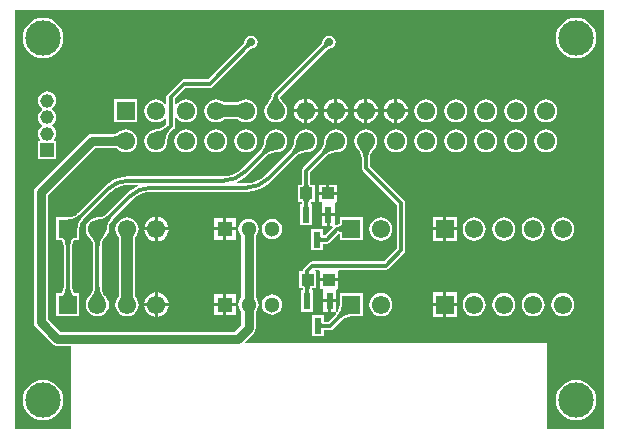
<source format=gbl>
%FSLAX25Y25*%
%MOIN*%
G70*
G01*
G75*
G04 Layer_Physical_Order=2*
G04 Layer_Color=16711680*
%ADD10C,0.01181*%
%ADD11C,0.02362*%
%ADD12C,0.01575*%
%ADD13C,0.03150*%
%ADD14R,0.05512X0.02362*%
%ADD15R,0.05906X0.07087*%
%ADD16R,0.03937X0.03937*%
%ADD17C,0.03937*%
%ADD18C,0.06102*%
%ADD19R,0.06102X0.06102*%
%ADD20C,0.11811*%
%ADD21C,0.04528*%
%ADD22R,0.04528X0.04528*%
%ADD23C,0.05118*%
%ADD24R,0.05118X0.05118*%
%ADD25C,0.02756*%
%ADD26R,0.02362X0.05512*%
%ADD27R,0.03937X0.03937*%
G36*
X198819Y2362D02*
X179921D01*
Y24409D01*
Y30709D01*
X79256D01*
X79065Y31171D01*
X82018Y34124D01*
X82018Y34124D01*
X82018Y34124D01*
X82540Y34905D01*
X82723Y35827D01*
Y41342D01*
X83238Y42013D01*
X83575Y42827D01*
X83690Y43701D01*
X83575Y44574D01*
X83238Y45388D01*
X82723Y46059D01*
Y66539D01*
X83238Y67210D01*
X83575Y68024D01*
X83690Y68898D01*
X83575Y69771D01*
X83238Y70585D01*
X82702Y71284D01*
X82003Y71821D01*
X81189Y72158D01*
X80315Y72273D01*
X79441Y72158D01*
X78627Y71821D01*
X77928Y71284D01*
X77392Y70585D01*
X77055Y69771D01*
X76940Y68898D01*
X77055Y68024D01*
X77392Y67210D01*
X77907Y66539D01*
Y46059D01*
X77392Y45388D01*
X77055Y44574D01*
X76940Y43701D01*
X77055Y42827D01*
X77392Y42013D01*
X77907Y41342D01*
Y36824D01*
X75774Y34692D01*
X17533D01*
X13432Y38793D01*
Y80105D01*
X29187Y95859D01*
X35901D01*
X36255Y95789D01*
X36623Y95521D01*
X36623Y95521D01*
X36789Y95410D01*
X37434Y94915D01*
X38368Y94528D01*
X39370Y94396D01*
X40372Y94528D01*
X41306Y94915D01*
X42108Y95530D01*
X42723Y96332D01*
X43110Y97266D01*
X43242Y98268D01*
X43110Y99270D01*
X42723Y100204D01*
X42108Y101005D01*
X41306Y101621D01*
X40372Y102007D01*
X39370Y102139D01*
X38368Y102007D01*
X37434Y101621D01*
X36789Y101126D01*
X36623Y101015D01*
X36623Y101015D01*
Y101015D01*
X36255Y100747D01*
X35901Y100676D01*
X28189D01*
X27267Y100493D01*
X26486Y99971D01*
X9321Y82805D01*
X8799Y82024D01*
X8615Y81102D01*
Y37795D01*
X8615Y37795D01*
X8615D01*
X8799Y36874D01*
X9321Y36092D01*
X14832Y30580D01*
X15614Y30058D01*
X16535Y29875D01*
X21260D01*
Y2362D01*
X2362D01*
Y141732D01*
X198819D01*
Y2362D01*
D02*
G37*
%LPC*%
G36*
X53627Y68398D02*
X50106D01*
Y64877D01*
X50664Y64951D01*
X51649Y65359D01*
X52496Y66008D01*
X53145Y66855D01*
X53553Y67840D01*
X53627Y68398D01*
D02*
G37*
G36*
X49106D02*
X45586D01*
X45659Y67840D01*
X46068Y66855D01*
X46717Y66008D01*
X47563Y65359D01*
X48549Y64951D01*
X49106Y64877D01*
Y68398D01*
D02*
G37*
G36*
X124409Y72769D02*
X123407Y72637D01*
X122474Y72251D01*
X121672Y71635D01*
X121056Y70833D01*
X120670Y69900D01*
X120538Y68898D01*
X120670Y67896D01*
X121056Y66962D01*
X121672Y66160D01*
X122474Y65545D01*
X123407Y65158D01*
X124409Y65026D01*
X125411Y65158D01*
X126345Y65545D01*
X127147Y66160D01*
X127762Y66962D01*
X128149Y67896D01*
X128281Y68898D01*
X128149Y69900D01*
X127762Y70833D01*
X127147Y71635D01*
X126345Y72251D01*
X125411Y72637D01*
X124409Y72769D01*
D02*
G37*
G36*
X165354D02*
X164352Y72637D01*
X163418Y72251D01*
X162617Y71635D01*
X162001Y70833D01*
X161615Y69900D01*
X161483Y68898D01*
X161615Y67896D01*
X162001Y66962D01*
X162617Y66160D01*
X163418Y65545D01*
X164352Y65158D01*
X165354Y65026D01*
X166356Y65158D01*
X167290Y65545D01*
X168092Y66160D01*
X168707Y66962D01*
X169094Y67896D01*
X169226Y68898D01*
X169094Y69900D01*
X168707Y70833D01*
X168092Y71635D01*
X167290Y72251D01*
X166356Y72637D01*
X165354Y72769D01*
D02*
G37*
G36*
X155512D02*
X154510Y72637D01*
X153576Y72251D01*
X152774Y71635D01*
X152159Y70833D01*
X151772Y69900D01*
X151640Y68898D01*
X151772Y67896D01*
X152159Y66962D01*
X152774Y66160D01*
X153576Y65545D01*
X154510Y65158D01*
X155512Y65026D01*
X156514Y65158D01*
X157448Y65545D01*
X158249Y66160D01*
X158865Y66962D01*
X159252Y67896D01*
X159383Y68898D01*
X159252Y69900D01*
X158865Y70833D01*
X158249Y71635D01*
X157448Y72251D01*
X156514Y72637D01*
X155512Y72769D01*
D02*
G37*
G36*
X119370Y102139D02*
X118368Y102007D01*
X117434Y101621D01*
X116632Y101005D01*
X116017Y100204D01*
X115630Y99270D01*
X115498Y98268D01*
X115630Y97266D01*
X116017Y96332D01*
X116632Y95530D01*
X116699Y95479D01*
X117371Y94603D01*
X117826Y93505D01*
X117965Y92448D01*
Y92413D01*
X117957Y92327D01*
X117965D01*
Y89291D01*
X118072Y88754D01*
X118377Y88298D01*
X129697Y76977D01*
Y62393D01*
X125402Y58098D01*
X101575D01*
X101037Y57991D01*
X100581Y57686D01*
X98810Y55915D01*
X98505Y55459D01*
X98398Y54921D01*
Y54724D01*
X97244D01*
Y49213D01*
X98380D01*
X98398Y49122D01*
Y48425D01*
X97835D01*
Y41339D01*
X101772D01*
Y48425D01*
X101622D01*
X101430Y48644D01*
X101345Y48772D01*
X101581Y49213D01*
X102756D01*
Y54724D01*
X102246D01*
X102185Y54872D01*
X102463Y55288D01*
X103767D01*
X104118Y54937D01*
X104118Y54934D01*
X104118Y54934D01*
X104118D01*
Y52469D01*
X110055D01*
Y54934D01*
X110055Y54934D01*
D01*
D01*
X110055Y54937D01*
D01*
X110406Y55288D01*
X125984D01*
X126522Y55395D01*
X126978Y55699D01*
X126978Y55699D01*
X126978Y55699D01*
X132096Y60818D01*
X132400Y61273D01*
X132507Y61811D01*
X132507Y61811D01*
X132507Y61811D01*
Y61811D01*
Y77559D01*
X132400Y78097D01*
X132096Y78553D01*
X120775Y89873D01*
Y92327D01*
X120783D01*
X120775Y92413D01*
Y92448D01*
X120914Y93505D01*
X121369Y94603D01*
X122041Y95479D01*
X122108Y95530D01*
X122723Y96332D01*
X123110Y97266D01*
X123242Y98268D01*
X123110Y99270D01*
X122723Y100204D01*
X122108Y101005D01*
X121306Y101621D01*
X120372Y102007D01*
X119370Y102139D01*
D02*
G37*
G36*
X110055Y51468D02*
X104118D01*
Y49000D01*
X105102D01*
Y48638D01*
X105102D01*
Y45382D01*
X109465D01*
Y48638D01*
X109465D01*
Y48646D01*
X109818Y49000D01*
X110055D01*
Y51468D01*
D02*
G37*
G36*
X145169Y68398D02*
X141618D01*
Y64846D01*
X145169D01*
Y68398D01*
D02*
G37*
G36*
X149721Y47752D02*
X146169D01*
Y44201D01*
X149721D01*
Y47752D01*
D02*
G37*
G36*
Y68398D02*
X146169D01*
Y64846D01*
X149721D01*
Y68398D01*
D02*
G37*
G36*
X175197Y72769D02*
X174195Y72637D01*
X173261Y72251D01*
X172459Y71635D01*
X171844Y70833D01*
X171457Y69900D01*
X171325Y68898D01*
X171457Y67896D01*
X171844Y66962D01*
X172459Y66160D01*
X173261Y65545D01*
X174195Y65158D01*
X175197Y65026D01*
X176199Y65158D01*
X177133Y65545D01*
X177935Y66160D01*
X178550Y66962D01*
X178937Y67896D01*
X179069Y68898D01*
X178937Y69900D01*
X178550Y70833D01*
X177935Y71635D01*
X177133Y72251D01*
X176199Y72637D01*
X175197Y72769D01*
D02*
G37*
G36*
X50106Y72918D02*
Y69398D01*
X53627D01*
X53553Y69955D01*
X53145Y70941D01*
X52496Y71787D01*
X51649Y72436D01*
X50664Y72845D01*
X50106Y72918D01*
D02*
G37*
G36*
X49106D02*
X48549Y72845D01*
X47563Y72436D01*
X46717Y71787D01*
X46068Y70941D01*
X45659Y69955D01*
X45586Y69398D01*
X49106D01*
Y72918D01*
D02*
G37*
G36*
X71941Y72457D02*
X68882D01*
Y69398D01*
X71941D01*
Y72457D01*
D02*
G37*
G36*
X145169Y72949D02*
X141618D01*
Y69398D01*
X145169D01*
Y72949D01*
D02*
G37*
G36*
X76000Y72457D02*
X72941D01*
Y69398D01*
X76000D01*
Y72457D01*
D02*
G37*
G36*
X71941Y68398D02*
X68882D01*
Y65339D01*
X71941D01*
Y68398D01*
D02*
G37*
G36*
X185039Y72769D02*
X184037Y72637D01*
X183104Y72251D01*
X182302Y71635D01*
X181686Y70833D01*
X181300Y69900D01*
X181168Y68898D01*
X181300Y67896D01*
X181686Y66962D01*
X182302Y66160D01*
X183104Y65545D01*
X184037Y65158D01*
X185039Y65026D01*
X186041Y65158D01*
X186975Y65545D01*
X187777Y66160D01*
X188392Y66962D01*
X188779Y67896D01*
X188911Y68898D01*
X188779Y69900D01*
X188392Y70833D01*
X187777Y71635D01*
X186975Y72251D01*
X186041Y72637D01*
X185039Y72769D01*
D02*
G37*
G36*
X76000Y68398D02*
X72941D01*
Y65339D01*
X76000D01*
Y68398D01*
D02*
G37*
G36*
X109071Y73122D02*
X107390D01*
Y69866D01*
X108171D01*
X108362Y69404D01*
X105717Y66759D01*
X105118D01*
Y68898D01*
X101181D01*
Y61811D01*
X105118D01*
Y63949D01*
X106299D01*
X106837Y64056D01*
X107293Y64361D01*
X110266Y67335D01*
X110728Y67143D01*
Y65059D01*
X118405D01*
Y72736D01*
X110728D01*
Y70537D01*
X110575Y70434D01*
X109925Y70305D01*
X109843Y70316D01*
Y70303D01*
X109843D01*
X109457Y70226D01*
X109071Y70543D01*
Y73122D01*
D02*
G37*
G36*
X88189Y72273D02*
X87315Y72158D01*
X86501Y71821D01*
X85802Y71284D01*
X85266Y70585D01*
X84929Y69771D01*
X84814Y68898D01*
X84929Y68024D01*
X85266Y67210D01*
X85802Y66511D01*
X86501Y65974D01*
X87315Y65637D01*
X88189Y65522D01*
X89063Y65637D01*
X89877Y65974D01*
X90576Y66511D01*
X91112Y67210D01*
X91449Y68024D01*
X91564Y68898D01*
X91449Y69771D01*
X91112Y70585D01*
X90576Y71284D01*
X89877Y71821D01*
X89063Y72158D01*
X88189Y72273D01*
D02*
G37*
G36*
X124409Y47572D02*
X123407Y47441D01*
X122474Y47054D01*
X121672Y46439D01*
X121056Y45637D01*
X120670Y44703D01*
X120538Y43701D01*
X120670Y42699D01*
X121056Y41765D01*
X121672Y40963D01*
X122474Y40348D01*
X123407Y39961D01*
X124409Y39829D01*
X125411Y39961D01*
X126345Y40348D01*
X127147Y40963D01*
X127762Y41765D01*
X128149Y42699D01*
X128281Y43701D01*
X128149Y44703D01*
X127762Y45637D01*
X127147Y46439D01*
X126345Y47054D01*
X125411Y47441D01*
X124409Y47572D01*
D02*
G37*
G36*
X39764Y72769D02*
X38762Y72637D01*
X37828Y72251D01*
X37026Y71635D01*
X36411Y70833D01*
X36024Y69900D01*
X35892Y68898D01*
X36024Y67896D01*
X36411Y66962D01*
X36984Y66215D01*
Y46384D01*
X36411Y45637D01*
X36024Y44703D01*
X35892Y43701D01*
X36024Y42699D01*
X36411Y41765D01*
X37026Y40963D01*
X37828Y40348D01*
X38762Y39961D01*
X39764Y39829D01*
X40766Y39961D01*
X41700Y40348D01*
X42502Y40963D01*
X43117Y41765D01*
X43504Y42699D01*
X43635Y43701D01*
X43504Y44703D01*
X43117Y45637D01*
X42544Y46384D01*
Y66215D01*
X43117Y66962D01*
X43504Y67896D01*
X43635Y68898D01*
X43504Y69900D01*
X43117Y70833D01*
X42502Y71635D01*
X41700Y72251D01*
X40766Y72637D01*
X39764Y72769D01*
D02*
G37*
G36*
X155512Y47572D02*
X154510Y47441D01*
X153576Y47054D01*
X152774Y46439D01*
X152159Y45637D01*
X151772Y44703D01*
X151640Y43701D01*
X151772Y42699D01*
X152159Y41765D01*
X152774Y40963D01*
X153576Y40348D01*
X154510Y39961D01*
X155512Y39829D01*
X156514Y39961D01*
X157448Y40348D01*
X158249Y40963D01*
X158865Y41765D01*
X159252Y42699D01*
X159383Y43701D01*
X159252Y44703D01*
X158865Y45637D01*
X158249Y46439D01*
X157448Y47054D01*
X156514Y47441D01*
X155512Y47572D01*
D02*
G37*
G36*
X175197D02*
X174195Y47441D01*
X173261Y47054D01*
X172459Y46439D01*
X171844Y45637D01*
X171457Y44703D01*
X171325Y43701D01*
X171457Y42699D01*
X171844Y41765D01*
X172459Y40963D01*
X173261Y40348D01*
X174195Y39961D01*
X175197Y39829D01*
X176199Y39961D01*
X177133Y40348D01*
X177935Y40963D01*
X178550Y41765D01*
X178937Y42699D01*
X179069Y43701D01*
X178937Y44703D01*
X178550Y45637D01*
X177935Y46439D01*
X177133Y47054D01*
X176199Y47441D01*
X175197Y47572D01*
D02*
G37*
G36*
X165354D02*
X164352Y47441D01*
X163418Y47054D01*
X162617Y46439D01*
X162001Y45637D01*
X161615Y44703D01*
X161483Y43701D01*
X161615Y42699D01*
X162001Y41765D01*
X162617Y40963D01*
X163418Y40348D01*
X164352Y39961D01*
X165354Y39829D01*
X166356Y39961D01*
X167290Y40348D01*
X168092Y40963D01*
X168707Y41765D01*
X169094Y42699D01*
X169226Y43701D01*
X169094Y44703D01*
X168707Y45637D01*
X168092Y46439D01*
X167290Y47054D01*
X166356Y47441D01*
X165354Y47572D01*
D02*
G37*
G36*
X53627Y43201D02*
X50106D01*
Y39680D01*
X50664Y39754D01*
X51649Y40162D01*
X52496Y40811D01*
X53145Y41658D01*
X53553Y42643D01*
X53627Y43201D01*
D02*
G37*
G36*
X189409Y18536D02*
X188097Y18407D01*
X186836Y18024D01*
X185673Y17403D01*
X184654Y16567D01*
X183818Y15547D01*
X183196Y14385D01*
X182813Y13123D01*
X182684Y11811D01*
X182813Y10499D01*
X183196Y9237D01*
X183818Y8075D01*
X184654Y7056D01*
X185673Y6219D01*
X186836Y5598D01*
X188097Y5215D01*
X189409Y5086D01*
X190721Y5215D01*
X191983Y5598D01*
X193146Y6219D01*
X194165Y7056D01*
X195001Y8075D01*
X195623Y9237D01*
X196005Y10499D01*
X196135Y11811D01*
X196005Y13123D01*
X195623Y14385D01*
X195001Y15547D01*
X194165Y16567D01*
X193146Y17403D01*
X191983Y18024D01*
X190721Y18407D01*
X189409Y18536D01*
D02*
G37*
G36*
X11811D02*
X10499Y18407D01*
X9237Y18024D01*
X8075Y17403D01*
X7056Y16567D01*
X6219Y15547D01*
X5598Y14385D01*
X5215Y13123D01*
X5086Y11811D01*
X5215Y10499D01*
X5598Y9237D01*
X6219Y8075D01*
X7056Y7056D01*
X8075Y6219D01*
X9237Y5598D01*
X10499Y5215D01*
X11811Y5086D01*
X13123Y5215D01*
X14385Y5598D01*
X15547Y6219D01*
X16567Y7056D01*
X17403Y8075D01*
X18024Y9237D01*
X18407Y10499D01*
X18536Y11811D01*
X18407Y13123D01*
X18024Y14385D01*
X17403Y15547D01*
X16567Y16567D01*
X15547Y17403D01*
X14385Y18024D01*
X13123Y18407D01*
X11811Y18536D01*
D02*
G37*
G36*
X145169Y43201D02*
X141618D01*
Y39650D01*
X145169D01*
Y43201D01*
D02*
G37*
G36*
X49106D02*
X45586D01*
X45659Y42643D01*
X46068Y41658D01*
X46717Y40811D01*
X47563Y40162D01*
X48549Y39754D01*
X49106Y39680D01*
Y43201D01*
D02*
G37*
G36*
X149721D02*
X146169D01*
Y39650D01*
X149721D01*
Y43201D01*
D02*
G37*
G36*
X50106Y47721D02*
Y44201D01*
X53627D01*
X53553Y44758D01*
X53145Y45744D01*
X52496Y46590D01*
X51649Y47240D01*
X50664Y47648D01*
X50106Y47721D01*
D02*
G37*
G36*
X49106D02*
X48549Y47648D01*
X47563Y47240D01*
X46717Y46590D01*
X46068Y45744D01*
X45659Y44758D01*
X45586Y44201D01*
X49106D01*
Y47721D01*
D02*
G37*
G36*
X71941Y47260D02*
X68882D01*
Y44201D01*
X71941D01*
Y47260D01*
D02*
G37*
G36*
X145169Y47752D02*
X141618D01*
Y44201D01*
X145169D01*
Y47752D01*
D02*
G37*
G36*
X76000Y47260D02*
X72941D01*
Y44201D01*
X76000D01*
Y47260D01*
D02*
G37*
G36*
X118405Y47539D02*
X110728D01*
Y43837D01*
X110701Y43701D01*
X110701D01*
X110715Y43685D01*
X110562Y42523D01*
X110108Y41425D01*
X109938Y41204D01*
X109759Y41265D01*
Y41265D01*
X109465Y41365D01*
Y44382D01*
X107783D01*
Y41126D01*
X109313D01*
X109430Y40889D01*
Y40889D01*
X109534Y40678D01*
X109458Y40579D01*
X109433Y40554D01*
X109367Y40500D01*
X109373Y40494D01*
X106898Y38019D01*
X105512D01*
Y40157D01*
X101575D01*
Y33071D01*
X105512D01*
Y35209D01*
X107480D01*
X108018Y35316D01*
X108474Y35621D01*
X111360Y38507D01*
X111366Y38501D01*
X111420Y38567D01*
X111445Y38592D01*
X112291Y39241D01*
X113389Y39696D01*
X114551Y39849D01*
X114567Y39835D01*
Y39835D01*
X114703Y39862D01*
X118405D01*
Y47539D01*
D02*
G37*
G36*
X71941Y43201D02*
X68882D01*
Y40142D01*
X71941D01*
Y43201D01*
D02*
G37*
G36*
X185039Y47572D02*
X184037Y47441D01*
X183104Y47054D01*
X182302Y46439D01*
X181686Y45637D01*
X181300Y44703D01*
X181168Y43701D01*
X181300Y42699D01*
X181686Y41765D01*
X182302Y40963D01*
X183104Y40348D01*
X184037Y39961D01*
X185039Y39829D01*
X186041Y39961D01*
X186975Y40348D01*
X187777Y40963D01*
X188392Y41765D01*
X188779Y42699D01*
X188911Y43701D01*
X188779Y44703D01*
X188392Y45637D01*
X187777Y46439D01*
X186975Y47054D01*
X186041Y47441D01*
X185039Y47572D01*
D02*
G37*
G36*
X76000Y43201D02*
X72941D01*
Y40142D01*
X76000D01*
Y43201D01*
D02*
G37*
G36*
X106783Y44382D02*
X105102D01*
Y41126D01*
X106783D01*
Y44382D01*
D02*
G37*
G36*
X88189Y47076D02*
X87315Y46961D01*
X86501Y46624D01*
X85802Y46088D01*
X85266Y45388D01*
X84929Y44574D01*
X84814Y43701D01*
X84929Y42827D01*
X85266Y42013D01*
X85802Y41314D01*
X86501Y40778D01*
X87315Y40440D01*
X88189Y40325D01*
X89063Y40440D01*
X89877Y40778D01*
X90576Y41314D01*
X91112Y42013D01*
X91449Y42827D01*
X91564Y43701D01*
X91449Y44574D01*
X91112Y45388D01*
X90576Y46088D01*
X89877Y46624D01*
X89063Y46961D01*
X88189Y47076D01*
D02*
G37*
G36*
X149721Y72949D02*
X146169D01*
Y69398D01*
X149721D01*
Y72949D01*
D02*
G37*
G36*
X179370Y112139D02*
X178368Y112007D01*
X177434Y111621D01*
X176632Y111005D01*
X176017Y110204D01*
X175630Y109270D01*
X175498Y108268D01*
X175630Y107266D01*
X176017Y106332D01*
X176632Y105530D01*
X177434Y104915D01*
X178368Y104528D01*
X179370Y104396D01*
X180372Y104528D01*
X181306Y104915D01*
X182108Y105530D01*
X182723Y106332D01*
X183110Y107266D01*
X183242Y108268D01*
X183110Y109270D01*
X182723Y110204D01*
X182108Y111005D01*
X181306Y111621D01*
X180372Y112007D01*
X179370Y112139D01*
D02*
G37*
G36*
X169370D02*
X168368Y112007D01*
X167434Y111621D01*
X166632Y111005D01*
X166017Y110204D01*
X165630Y109270D01*
X165498Y108268D01*
X165630Y107266D01*
X166017Y106332D01*
X166632Y105530D01*
X167434Y104915D01*
X168368Y104528D01*
X169370Y104396D01*
X170372Y104528D01*
X171306Y104915D01*
X172108Y105530D01*
X172723Y106332D01*
X173110Y107266D01*
X173242Y108268D01*
X173110Y109270D01*
X172723Y110204D01*
X172108Y111005D01*
X171306Y111621D01*
X170372Y112007D01*
X169370Y112139D01*
D02*
G37*
G36*
X43209Y112106D02*
X35531D01*
Y104429D01*
X43209D01*
Y112106D01*
D02*
G37*
G36*
X99870Y112288D02*
Y108768D01*
X103390D01*
X103317Y109325D01*
X102909Y110311D01*
X102259Y111157D01*
X101413Y111806D01*
X100428Y112215D01*
X99870Y112288D01*
D02*
G37*
G36*
X98870D02*
X98312Y112215D01*
X97327Y111806D01*
X96481Y111157D01*
X95831Y110311D01*
X95423Y109325D01*
X95350Y108768D01*
X98870D01*
Y112288D01*
D02*
G37*
G36*
X133390Y107768D02*
X129870D01*
Y104247D01*
X130428Y104321D01*
X131413Y104729D01*
X132259Y105378D01*
X132909Y106225D01*
X133317Y107210D01*
X133390Y107768D01*
D02*
G37*
G36*
X128870D02*
X125350D01*
X125423Y107210D01*
X125831Y106225D01*
X126481Y105378D01*
X127327Y104729D01*
X128313Y104321D01*
X128870Y104247D01*
Y107768D01*
D02*
G37*
G36*
X139370Y112139D02*
X138368Y112007D01*
X137434Y111621D01*
X136632Y111005D01*
X136017Y110204D01*
X135630Y109270D01*
X135498Y108268D01*
X135630Y107266D01*
X136017Y106332D01*
X136632Y105530D01*
X137434Y104915D01*
X138368Y104528D01*
X139370Y104396D01*
X140372Y104528D01*
X141306Y104915D01*
X142108Y105530D01*
X142723Y106332D01*
X143110Y107266D01*
X143242Y108268D01*
X143110Y109270D01*
X142723Y110204D01*
X142108Y111005D01*
X141306Y111621D01*
X140372Y112007D01*
X139370Y112139D01*
D02*
G37*
G36*
X159370D02*
X158368Y112007D01*
X157434Y111621D01*
X156632Y111005D01*
X156017Y110204D01*
X155630Y109270D01*
X155498Y108268D01*
X155630Y107266D01*
X156017Y106332D01*
X156632Y105530D01*
X157434Y104915D01*
X158368Y104528D01*
X159370Y104396D01*
X160372Y104528D01*
X161306Y104915D01*
X162108Y105530D01*
X162723Y106332D01*
X163110Y107266D01*
X163242Y108268D01*
X163110Y109270D01*
X162723Y110204D01*
X162108Y111005D01*
X161306Y111621D01*
X160372Y112007D01*
X159370Y112139D01*
D02*
G37*
G36*
X149370D02*
X148368Y112007D01*
X147434Y111621D01*
X146632Y111005D01*
X146017Y110204D01*
X145630Y109270D01*
X145498Y108268D01*
X145630Y107266D01*
X146017Y106332D01*
X146632Y105530D01*
X147434Y104915D01*
X148368Y104528D01*
X149370Y104396D01*
X150372Y104528D01*
X151306Y104915D01*
X152108Y105530D01*
X152723Y106332D01*
X153110Y107266D01*
X153242Y108268D01*
X153110Y109270D01*
X152723Y110204D01*
X152108Y111005D01*
X151306Y111621D01*
X150372Y112007D01*
X149370Y112139D01*
D02*
G37*
G36*
X108870Y112288D02*
X108312Y112215D01*
X107327Y111806D01*
X106481Y111157D01*
X105831Y110311D01*
X105423Y109325D01*
X105350Y108768D01*
X108870D01*
Y112288D01*
D02*
G37*
G36*
X11811Y139245D02*
X10499Y139116D01*
X9237Y138733D01*
X8075Y138111D01*
X7056Y137275D01*
X6219Y136256D01*
X5598Y135093D01*
X5215Y133832D01*
X5086Y132520D01*
X5215Y131208D01*
X5598Y129946D01*
X6219Y128783D01*
X7056Y127764D01*
X8075Y126928D01*
X9237Y126306D01*
X10499Y125924D01*
X11811Y125794D01*
X13123Y125924D01*
X14385Y126306D01*
X15547Y126928D01*
X16567Y127764D01*
X17403Y128783D01*
X18024Y129946D01*
X18407Y131208D01*
X18536Y132520D01*
X18407Y133832D01*
X18024Y135093D01*
X17403Y136256D01*
X16567Y137275D01*
X15547Y138111D01*
X14385Y138733D01*
X13123Y139116D01*
X11811Y139245D01*
D02*
G37*
G36*
X79370Y112139D02*
X78368Y112007D01*
X77434Y111621D01*
X76687Y111047D01*
X72053D01*
X71306Y111621D01*
X70372Y112007D01*
X69370Y112139D01*
X68368Y112007D01*
X67434Y111621D01*
X66632Y111005D01*
X66017Y110204D01*
X65630Y109270D01*
X65498Y108268D01*
X65630Y107266D01*
X66017Y106332D01*
X66632Y105530D01*
X67434Y104915D01*
X68368Y104528D01*
X69370Y104396D01*
X70372Y104528D01*
X71306Y104915D01*
X72053Y105488D01*
X76687D01*
X77434Y104915D01*
X78368Y104528D01*
X79370Y104396D01*
X80372Y104528D01*
X81306Y104915D01*
X82108Y105530D01*
X82723Y106332D01*
X83110Y107266D01*
X83242Y108268D01*
X83110Y109270D01*
X82723Y110204D01*
X82108Y111005D01*
X81306Y111621D01*
X80372Y112007D01*
X79370Y112139D01*
D02*
G37*
G36*
X189409Y139245D02*
X188097Y139116D01*
X186836Y138733D01*
X185673Y138111D01*
X184654Y137275D01*
X183817Y136256D01*
X183196Y135093D01*
X182813Y133832D01*
X182684Y132520D01*
X182813Y131208D01*
X183196Y129946D01*
X183817Y128783D01*
X184654Y127764D01*
X185673Y126928D01*
X186836Y126306D01*
X188097Y125924D01*
X189409Y125794D01*
X190721Y125924D01*
X191983Y126306D01*
X193146Y126928D01*
X194165Y127764D01*
X195001Y128783D01*
X195623Y129946D01*
X196005Y131208D01*
X196135Y132520D01*
X196005Y133832D01*
X195623Y135093D01*
X195001Y136256D01*
X194165Y137275D01*
X193146Y138111D01*
X191983Y138733D01*
X190721Y139116D01*
X189409Y139245D01*
D02*
G37*
G36*
X107087Y133310D02*
X106242Y133142D01*
X105526Y132664D01*
X105047Y131947D01*
X104879Y131102D01*
X104889Y131051D01*
X104776Y130779D01*
X104756Y130759D01*
X104748Y130753D01*
X104749Y130752D01*
X104749Y130752D01*
X88377Y114379D01*
X88072Y113924D01*
X87965Y113386D01*
Y113386D01*
X87945D01*
X87955Y113309D01*
X87874Y112690D01*
X87605Y112042D01*
X87178Y111486D01*
X86942Y111304D01*
Y111304D01*
X86933Y111245D01*
X86840Y111183D01*
X86815Y111145D01*
X86632Y111005D01*
X86017Y110204D01*
X85630Y109270D01*
X85498Y108268D01*
X85630Y107266D01*
X86017Y106332D01*
X86632Y105530D01*
X87434Y104915D01*
X88368Y104528D01*
X89370Y104396D01*
X90372Y104528D01*
X91306Y104915D01*
X92108Y105530D01*
X92723Y106332D01*
X93110Y107266D01*
X93242Y108268D01*
X93110Y109270D01*
X92723Y110204D01*
X92108Y111005D01*
X91925Y111145D01*
X91900Y111183D01*
X91807Y111245D01*
X91798Y111304D01*
Y111304D01*
X91562Y111486D01*
X91135Y112042D01*
X90867Y112690D01*
X90843Y112872D01*
X106736Y128765D01*
X106736Y128765D01*
X106737Y128764D01*
X106743Y128772D01*
X106763Y128792D01*
X107035Y128905D01*
X107087Y128895D01*
X107931Y129063D01*
X108648Y129541D01*
X109126Y130257D01*
X109294Y131102D01*
X109126Y131947D01*
X108648Y132664D01*
X107931Y133142D01*
X107087Y133310D01*
D02*
G37*
G36*
X81102Y133310D02*
X80257Y133142D01*
X79541Y132664D01*
X79063Y131947D01*
X78895Y131102D01*
X78905Y131051D01*
X78792Y130779D01*
X78772Y130759D01*
X78764Y130753D01*
X78765Y130752D01*
X78765Y130752D01*
X66741Y118728D01*
X58661D01*
X58124Y118621D01*
X57668Y118316D01*
X53337Y113986D01*
X53033Y113530D01*
X52926Y112992D01*
Y110717D01*
X52452Y110556D01*
X52108Y111005D01*
X51306Y111621D01*
X50372Y112007D01*
X49370Y112139D01*
X48368Y112007D01*
X47434Y111621D01*
X46632Y111005D01*
X46017Y110204D01*
X45630Y109270D01*
X45498Y108268D01*
X45630Y107266D01*
X46017Y106332D01*
X46632Y105530D01*
X47434Y104915D01*
X48368Y104528D01*
X49370Y104396D01*
X50372Y104528D01*
X51306Y104915D01*
X52108Y105530D01*
X52452Y105979D01*
X52926Y105818D01*
Y103810D01*
X52577Y103462D01*
X52571Y103468D01*
X52517Y103401D01*
X52492Y103376D01*
X51646Y102727D01*
X50548Y102272D01*
X49454Y102128D01*
X49370Y102139D01*
X48368Y102007D01*
X47434Y101621D01*
X46632Y101005D01*
X46017Y100204D01*
X45630Y99270D01*
X45498Y98268D01*
X45630Y97266D01*
X46017Y96332D01*
X46632Y95530D01*
X47434Y94915D01*
X48368Y94528D01*
X49370Y94396D01*
X50372Y94528D01*
X51306Y94915D01*
X52108Y95530D01*
X52723Y96332D01*
X53110Y97266D01*
X53242Y98268D01*
X53231Y98352D01*
X53375Y99446D01*
X53829Y100543D01*
X54479Y101389D01*
X54504Y101414D01*
X54570Y101469D01*
X54564Y101475D01*
X55324Y102235D01*
X55629Y102691D01*
X55736Y103228D01*
Y105921D01*
X56209Y106082D01*
X56632Y105530D01*
X57434Y104915D01*
X58368Y104528D01*
X59370Y104396D01*
X60372Y104528D01*
X61306Y104915D01*
X62108Y105530D01*
X62723Y106332D01*
X63110Y107266D01*
X63242Y108268D01*
X63110Y109270D01*
X62723Y110204D01*
X62108Y111005D01*
X61306Y111621D01*
X60372Y112007D01*
X59370Y112139D01*
X58368Y112007D01*
X57434Y111621D01*
X56632Y111005D01*
X56209Y110454D01*
X55736Y110615D01*
Y112410D01*
X59243Y115918D01*
X67323D01*
X67861Y116025D01*
X68316Y116329D01*
X68316Y116329D01*
X68316Y116329D01*
X80752Y128765D01*
X80752Y128765D01*
X80752Y128764D01*
X80759Y128772D01*
X80779Y128792D01*
X81051Y128905D01*
X81102Y128895D01*
X81947Y129063D01*
X82664Y129541D01*
X83142Y130257D01*
X83310Y131102D01*
X83142Y131947D01*
X82664Y132664D01*
X81947Y133142D01*
X81102Y133310D01*
D02*
G37*
G36*
X118870Y112288D02*
X118313Y112215D01*
X117327Y111806D01*
X116481Y111157D01*
X115831Y110311D01*
X115423Y109325D01*
X115350Y108768D01*
X118870D01*
Y112288D01*
D02*
G37*
G36*
X109870D02*
Y108768D01*
X113390D01*
X113317Y109325D01*
X112909Y110311D01*
X112259Y111157D01*
X111413Y111806D01*
X110428Y112215D01*
X109870Y112288D01*
D02*
G37*
G36*
X119870D02*
Y108768D01*
X123390D01*
X123317Y109325D01*
X122909Y110311D01*
X122259Y111157D01*
X121413Y111806D01*
X120428Y112215D01*
X119870Y112288D01*
D02*
G37*
G36*
X129870D02*
Y108768D01*
X133390D01*
X133317Y109325D01*
X132909Y110311D01*
X132259Y111157D01*
X131413Y111806D01*
X130428Y112215D01*
X129870Y112288D01*
D02*
G37*
G36*
X128870D02*
X128313Y112215D01*
X127327Y111806D01*
X126481Y111157D01*
X125831Y110311D01*
X125423Y109325D01*
X125350Y108768D01*
X128870D01*
Y112288D01*
D02*
G37*
G36*
X123390Y107768D02*
X119870D01*
Y104247D01*
X120428Y104321D01*
X121413Y104729D01*
X122259Y105378D01*
X122909Y106225D01*
X123317Y107210D01*
X123390Y107768D01*
D02*
G37*
G36*
X69370Y102139D02*
X68368Y102007D01*
X67434Y101621D01*
X66632Y101005D01*
X66017Y100204D01*
X65630Y99270D01*
X65498Y98268D01*
X65630Y97266D01*
X66017Y96332D01*
X66632Y95530D01*
X67434Y94915D01*
X68368Y94528D01*
X69370Y94396D01*
X70372Y94528D01*
X71306Y94915D01*
X72108Y95530D01*
X72723Y96332D01*
X73110Y97266D01*
X73242Y98268D01*
X73110Y99270D01*
X72723Y100204D01*
X72108Y101005D01*
X71306Y101621D01*
X70372Y102007D01*
X69370Y102139D01*
D02*
G37*
G36*
X59370D02*
X58368Y102007D01*
X57434Y101621D01*
X56632Y101005D01*
X56017Y100204D01*
X55630Y99270D01*
X55498Y98268D01*
X55630Y97266D01*
X56017Y96332D01*
X56632Y95530D01*
X57434Y94915D01*
X58368Y94528D01*
X59370Y94396D01*
X60372Y94528D01*
X61306Y94915D01*
X62108Y95530D01*
X62723Y96332D01*
X63110Y97266D01*
X63242Y98268D01*
X63110Y99270D01*
X62723Y100204D01*
X62108Y101005D01*
X61306Y101621D01*
X60372Y102007D01*
X59370Y102139D01*
D02*
G37*
G36*
X79370D02*
X78368Y102007D01*
X77434Y101621D01*
X76632Y101005D01*
X76017Y100204D01*
X75630Y99270D01*
X75498Y98268D01*
X75630Y97266D01*
X76017Y96332D01*
X76632Y95530D01*
X77434Y94915D01*
X78368Y94528D01*
X79370Y94396D01*
X80372Y94528D01*
X81306Y94915D01*
X82108Y95530D01*
X82723Y96332D01*
X83110Y97266D01*
X83242Y98268D01*
X83110Y99270D01*
X82723Y100204D01*
X82108Y101005D01*
X81306Y101621D01*
X80372Y102007D01*
X79370Y102139D01*
D02*
G37*
G36*
X109370D02*
X108368Y102007D01*
X107434Y101621D01*
X106632Y101005D01*
X106017Y100204D01*
X105630Y99270D01*
X105498Y98268D01*
X105509Y98184D01*
X105365Y97090D01*
X104911Y95992D01*
X104262Y95146D01*
X104236Y95121D01*
X104170Y95067D01*
X104176Y95061D01*
X98416Y89301D01*
X98111Y88845D01*
X98005Y88307D01*
Y84511D01*
X97985D01*
X98005Y84363D01*
Y83555D01*
X97987Y83465D01*
X96850D01*
Y77953D01*
X97987D01*
X98005Y77862D01*
Y77165D01*
X97441D01*
Y70079D01*
X101378D01*
Y77165D01*
X101228D01*
X101036Y77384D01*
X100951Y77512D01*
X101187Y77953D01*
X102362D01*
Y83465D01*
X101059D01*
X100904Y83839D01*
X100815Y84511D01*
X100814D01*
Y87725D01*
X106163Y93074D01*
X106169Y93068D01*
X106223Y93134D01*
X106249Y93159D01*
X107094Y93808D01*
X108192Y94263D01*
X109286Y94407D01*
X109370Y94396D01*
X110372Y94528D01*
X111306Y94915D01*
X112108Y95530D01*
X112723Y96332D01*
X113110Y97266D01*
X113242Y98268D01*
X113110Y99270D01*
X112723Y100204D01*
X112108Y101005D01*
X111306Y101621D01*
X110372Y102007D01*
X109370Y102139D01*
D02*
G37*
G36*
X99370D02*
X98368Y102007D01*
X97434Y101621D01*
X96632Y101005D01*
X96017Y100204D01*
X95630Y99270D01*
X95498Y98268D01*
X95509Y98184D01*
X95365Y97090D01*
X94911Y95992D01*
X94262Y95146D01*
X94236Y95121D01*
X94170Y95067D01*
X94176Y95061D01*
X85715Y86599D01*
X85680Y86547D01*
X84423Y85515D01*
X82934Y84719D01*
X81318Y84229D01*
X79699Y84070D01*
X79637Y84082D01*
X76560D01*
X76462Y84572D01*
X77181Y84870D01*
X78708Y85806D01*
X80070Y86969D01*
X80064Y86975D01*
X86163Y93074D01*
X86169Y93068D01*
X86223Y93134D01*
X86249Y93159D01*
X87094Y93808D01*
X88192Y94263D01*
X89286Y94407D01*
X89370Y94396D01*
X90372Y94528D01*
X91306Y94915D01*
X92108Y95530D01*
X92723Y96332D01*
X93110Y97266D01*
X93242Y98268D01*
X93110Y99270D01*
X92723Y100204D01*
X92108Y101005D01*
X91306Y101621D01*
X90372Y102007D01*
X89370Y102139D01*
X88368Y102007D01*
X87434Y101621D01*
X86632Y101005D01*
X86017Y100204D01*
X85630Y99270D01*
X85498Y98268D01*
X85509Y98184D01*
X85365Y97090D01*
X84911Y95992D01*
X84262Y95146D01*
X84237Y95121D01*
X84170Y95067D01*
X84176Y95061D01*
X78077Y88962D01*
X78042Y88909D01*
X76785Y87878D01*
X75296Y87081D01*
X73680Y86591D01*
X72062Y86432D01*
X72000Y86444D01*
X40363D01*
Y86453D01*
X38577Y86312D01*
X36836Y85894D01*
X35181Y85208D01*
X33654Y84273D01*
X32292Y83110D01*
X32298Y83104D01*
X23286Y74092D01*
X23280Y74098D01*
X23225Y74031D01*
X23200Y74006D01*
X22354Y73357D01*
X21257Y72902D01*
X20095Y72749D01*
X20079Y72763D01*
Y72763D01*
X19943Y72736D01*
X16240D01*
Y65059D01*
X18152D01*
X18535Y64135D01*
X18674Y63078D01*
Y63042D01*
X18665Y62957D01*
X18674D01*
Y49641D01*
X18665D01*
X18674Y49556D01*
Y49520D01*
X18535Y48463D01*
X18152Y47539D01*
X16240D01*
Y39862D01*
X23917D01*
Y47539D01*
X22005D01*
X21623Y48463D01*
X21484Y49520D01*
Y49556D01*
X21492Y49641D01*
X21484D01*
Y62957D01*
X21492D01*
X21484Y63042D01*
Y63078D01*
X21623Y64135D01*
X22005Y65059D01*
X23917D01*
Y68762D01*
X23944Y68898D01*
X23944D01*
X23931Y68914D01*
X24083Y70076D01*
X24538Y71173D01*
X25187Y72019D01*
X25212Y72044D01*
X25279Y72099D01*
X25273Y72105D01*
X34285Y81117D01*
X34320Y81170D01*
X35577Y82201D01*
X37066Y82997D01*
X38682Y83487D01*
X40301Y83647D01*
X40363Y83634D01*
X43283D01*
X43380Y83144D01*
X42661Y82846D01*
X41135Y81911D01*
X39773Y80747D01*
X39778Y80742D01*
X33128Y74092D01*
X33122Y74098D01*
X33068Y74031D01*
X33043Y74006D01*
X32197Y73357D01*
X31099Y72902D01*
X30005Y72758D01*
X29921Y72769D01*
X28919Y72637D01*
X27985Y72251D01*
X27184Y71635D01*
X26568Y70833D01*
X26182Y69900D01*
X26050Y68898D01*
X26182Y67896D01*
X26568Y66962D01*
X27184Y66160D01*
X27251Y66109D01*
X27922Y65233D01*
X28377Y64135D01*
X28516Y63078D01*
Y63042D01*
X28508Y62957D01*
X28516D01*
Y49641D01*
X28508D01*
X28516Y49556D01*
Y49520D01*
X28377Y48463D01*
X27922Y47365D01*
X27251Y46490D01*
X27184Y46439D01*
X26568Y45637D01*
X26182Y44703D01*
X26050Y43701D01*
X26182Y42699D01*
X26568Y41765D01*
X27184Y40963D01*
X27985Y40348D01*
X28919Y39961D01*
X29921Y39829D01*
X30923Y39961D01*
X31857Y40348D01*
X32659Y40963D01*
X33274Y41765D01*
X33661Y42699D01*
X33793Y43701D01*
X33661Y44703D01*
X33274Y45637D01*
X32659Y46439D01*
X32592Y46490D01*
X31920Y47365D01*
X31465Y48463D01*
X31326Y49520D01*
Y49556D01*
X31335Y49641D01*
X31326D01*
Y62957D01*
X31335D01*
X31326Y63042D01*
Y63078D01*
X31465Y64135D01*
X31920Y65233D01*
X32592Y66109D01*
X32659Y66160D01*
X33274Y66962D01*
X33661Y67896D01*
X33793Y68898D01*
X33782Y68981D01*
X33926Y70076D01*
X34381Y71173D01*
X35030Y72019D01*
X35055Y72044D01*
X35121Y72099D01*
X35115Y72105D01*
X41765Y78755D01*
X41800Y78807D01*
X43058Y79839D01*
X44547Y80635D01*
X46163Y81125D01*
X47781Y81285D01*
X47843Y81272D01*
X79637D01*
Y81264D01*
X81423Y81405D01*
X83164Y81823D01*
X84819Y82508D01*
X86346Y83444D01*
X87708Y84607D01*
X87702Y84613D01*
X96163Y93074D01*
X96169Y93068D01*
X96223Y93134D01*
X96249Y93159D01*
X97094Y93808D01*
X98192Y94263D01*
X99286Y94407D01*
X99370Y94396D01*
X100372Y94528D01*
X101306Y94915D01*
X102108Y95530D01*
X102723Y96332D01*
X103110Y97266D01*
X103242Y98268D01*
X103110Y99270D01*
X102723Y100204D01*
X102108Y101005D01*
X101306Y101621D01*
X100372Y102007D01*
X99370Y102139D01*
D02*
G37*
G36*
X109661Y80209D02*
X103724D01*
Y77740D01*
X104709D01*
Y77378D01*
X104709D01*
Y74122D01*
X109071D01*
Y77378D01*
X109071D01*
Y77387D01*
X109424Y77740D01*
X109661D01*
Y80209D01*
D02*
G37*
G36*
X106390Y73122D02*
X104709D01*
Y69866D01*
X106390D01*
Y73122D01*
D02*
G37*
G36*
X106193Y83677D02*
X103724D01*
Y81209D01*
X106193D01*
Y83677D01*
D02*
G37*
G36*
X13189Y114731D02*
X12393Y114626D01*
X11650Y114319D01*
X11013Y113830D01*
X10524Y113192D01*
X10216Y112450D01*
X10112Y111653D01*
X10216Y110857D01*
X10524Y110115D01*
X11013Y109477D01*
X11443Y109148D01*
Y108648D01*
X11013Y108318D01*
X10524Y107680D01*
X10216Y106938D01*
X10112Y106142D01*
X10216Y105345D01*
X10524Y104603D01*
X11013Y103966D01*
X11443Y103636D01*
Y103136D01*
X11013Y102806D01*
X10524Y102169D01*
X10216Y101426D01*
X10112Y100630D01*
X10216Y99833D01*
X10524Y99091D01*
X10887Y98618D01*
X10666Y98169D01*
X10138D01*
Y92067D01*
X16240D01*
Y98169D01*
X15712D01*
X15491Y98618D01*
X15854Y99091D01*
X16162Y99833D01*
X16266Y100630D01*
X16162Y101426D01*
X15854Y102169D01*
X15365Y102806D01*
X14935Y103136D01*
Y103636D01*
X15365Y103966D01*
X15854Y104603D01*
X16162Y105345D01*
X16266Y106142D01*
X16162Y106938D01*
X15854Y107680D01*
X15365Y108318D01*
X14935Y108648D01*
Y109148D01*
X15365Y109477D01*
X15854Y110115D01*
X16162Y110857D01*
X16266Y111653D01*
X16162Y112450D01*
X15854Y113192D01*
X15365Y113830D01*
X14728Y114319D01*
X13985Y114626D01*
X13189Y114731D01*
D02*
G37*
G36*
X109661Y83677D02*
X107193D01*
Y81209D01*
X109661D01*
Y83677D01*
D02*
G37*
G36*
X129370Y102139D02*
X128368Y102007D01*
X127434Y101621D01*
X126632Y101005D01*
X126017Y100204D01*
X125630Y99270D01*
X125498Y98268D01*
X125630Y97266D01*
X126017Y96332D01*
X126632Y95530D01*
X127434Y94915D01*
X128368Y94528D01*
X129370Y94396D01*
X130372Y94528D01*
X131306Y94915D01*
X132108Y95530D01*
X132723Y96332D01*
X133110Y97266D01*
X133242Y98268D01*
X133110Y99270D01*
X132723Y100204D01*
X132108Y101005D01*
X131306Y101621D01*
X130372Y102007D01*
X129370Y102139D01*
D02*
G37*
G36*
X103390Y107768D02*
X99870D01*
Y104247D01*
X100428Y104321D01*
X101413Y104729D01*
X102259Y105378D01*
X102909Y106225D01*
X103317Y107210D01*
X103390Y107768D01*
D02*
G37*
G36*
X98870D02*
X95350D01*
X95423Y107210D01*
X95831Y106225D01*
X96481Y105378D01*
X97327Y104729D01*
X98312Y104321D01*
X98870Y104247D01*
Y107768D01*
D02*
G37*
G36*
X108870D02*
X105350D01*
X105423Y107210D01*
X105831Y106225D01*
X106481Y105378D01*
X107327Y104729D01*
X108312Y104321D01*
X108870Y104247D01*
Y107768D01*
D02*
G37*
G36*
X118870D02*
X115350D01*
X115423Y107210D01*
X115831Y106225D01*
X116481Y105378D01*
X117327Y104729D01*
X118313Y104321D01*
X118870Y104247D01*
Y107768D01*
D02*
G37*
G36*
X113390D02*
X109870D01*
Y104247D01*
X110428Y104321D01*
X111413Y104729D01*
X112259Y105378D01*
X112909Y106225D01*
X113317Y107210D01*
X113390Y107768D01*
D02*
G37*
G36*
X149370Y102139D02*
X148368Y102007D01*
X147434Y101621D01*
X146632Y101005D01*
X146017Y100204D01*
X145630Y99270D01*
X145498Y98268D01*
X145630Y97266D01*
X146017Y96332D01*
X146632Y95530D01*
X147434Y94915D01*
X148368Y94528D01*
X149370Y94396D01*
X150372Y94528D01*
X151306Y94915D01*
X152108Y95530D01*
X152723Y96332D01*
X153110Y97266D01*
X153242Y98268D01*
X153110Y99270D01*
X152723Y100204D01*
X152108Y101005D01*
X151306Y101621D01*
X150372Y102007D01*
X149370Y102139D01*
D02*
G37*
G36*
X139370D02*
X138368Y102007D01*
X137434Y101621D01*
X136632Y101005D01*
X136017Y100204D01*
X135630Y99270D01*
X135498Y98268D01*
X135630Y97266D01*
X136017Y96332D01*
X136632Y95530D01*
X137434Y94915D01*
X138368Y94528D01*
X139370Y94396D01*
X140372Y94528D01*
X141306Y94915D01*
X142108Y95530D01*
X142723Y96332D01*
X143110Y97266D01*
X143242Y98268D01*
X143110Y99270D01*
X142723Y100204D01*
X142108Y101005D01*
X141306Y101621D01*
X140372Y102007D01*
X139370Y102139D01*
D02*
G37*
G36*
X159370D02*
X158368Y102007D01*
X157434Y101621D01*
X156632Y101005D01*
X156017Y100204D01*
X155630Y99270D01*
X155498Y98268D01*
X155630Y97266D01*
X156017Y96332D01*
X156632Y95530D01*
X157434Y94915D01*
X158368Y94528D01*
X159370Y94396D01*
X160372Y94528D01*
X161306Y94915D01*
X162108Y95530D01*
X162723Y96332D01*
X163110Y97266D01*
X163242Y98268D01*
X163110Y99270D01*
X162723Y100204D01*
X162108Y101005D01*
X161306Y101621D01*
X160372Y102007D01*
X159370Y102139D01*
D02*
G37*
G36*
X179370D02*
X178368Y102007D01*
X177434Y101621D01*
X176632Y101005D01*
X176017Y100204D01*
X175630Y99270D01*
X175498Y98268D01*
X175630Y97266D01*
X176017Y96332D01*
X176632Y95530D01*
X177434Y94915D01*
X178368Y94528D01*
X179370Y94396D01*
X180372Y94528D01*
X181306Y94915D01*
X182108Y95530D01*
X182723Y96332D01*
X183110Y97266D01*
X183242Y98268D01*
X183110Y99270D01*
X182723Y100204D01*
X182108Y101005D01*
X181306Y101621D01*
X180372Y102007D01*
X179370Y102139D01*
D02*
G37*
G36*
X169370D02*
X168368Y102007D01*
X167434Y101621D01*
X166632Y101005D01*
X166017Y100204D01*
X165630Y99270D01*
X165498Y98268D01*
X165630Y97266D01*
X166017Y96332D01*
X166632Y95530D01*
X167434Y94915D01*
X168368Y94528D01*
X169370Y94396D01*
X170372Y94528D01*
X171306Y94915D01*
X172108Y95530D01*
X172723Y96332D01*
X173110Y97266D01*
X173242Y98268D01*
X173110Y99270D01*
X172723Y100204D01*
X172108Y101005D01*
X171306Y101621D01*
X170372Y102007D01*
X169370Y102139D01*
D02*
G37*
%LPD*%
D10*
X79637Y82677D02*
G03*
X86708Y85606I0J10000D01*
G01*
X47843Y82677D02*
G03*
X40772Y79748I0J-10000D01*
G01*
X72000Y85039D02*
G03*
X79071Y87968I0J10000D01*
G01*
X40363Y85039D02*
G03*
X33292Y82110I0J-10000D01*
G01*
X81102Y130315D02*
G03*
X79758Y129758I0J-1901D01*
G01*
X79758Y129758D02*
G03*
X80315Y131102I-1344J1344D01*
G01*
X107087Y130315D02*
G03*
X105742Y129758I0J-1901D01*
G01*
X105742Y129758D02*
G03*
X106299Y131102I-1344J1344D01*
G01*
X100974Y50994D02*
G03*
X99803Y48167I2827J-2827D01*
G01*
Y49117D02*
G03*
X99026Y50994I-2655J0D01*
G01*
X100581Y79734D02*
G03*
X99410Y76907I2827J-2827D01*
G01*
Y77857D02*
G03*
X98632Y79734I-2655J0D01*
G01*
Y81683D02*
G03*
X99410Y83560I-1877J1877D01*
G01*
Y84511D02*
G03*
X100581Y81683I3999J0D01*
G01*
X103567Y65772D02*
G03*
X104575Y65354I1008J1008D01*
G01*
D02*
G03*
X103567Y64937I0J-1426D01*
G01*
X98992Y75614D02*
G03*
X99410Y76623I-1008J1008D01*
G01*
D02*
G03*
X99827Y75614I1426J0D01*
G01*
X103961Y37032D02*
G03*
X104969Y36614I1008J1008D01*
G01*
D02*
G03*
X103961Y36197I0J-1426D01*
G01*
X99386Y46874D02*
G03*
X99803Y47882I-1008J1008D01*
G01*
D02*
G03*
X100221Y46874I1426J0D01*
G01*
X29921Y70177D02*
G03*
X32106Y71082I0J3089D01*
G01*
X29921Y71358D02*
G03*
X34122Y73098I0J5940D01*
G01*
X32105Y71082D02*
G03*
X31201Y68898I2184J-2184D01*
G01*
X34122Y73098D02*
G03*
X32382Y68898I4201J-4201D01*
G01*
X30826Y67993D02*
G03*
X29921Y65809I2184J-2184D01*
G01*
X31661Y67158D02*
G03*
X29921Y62957I4201J-4201D01*
G01*
Y65809D02*
G03*
X29017Y67993I-3089J0D01*
G01*
X29921Y62957D02*
G03*
X28181Y67158I-5940J0D01*
G01*
X20079Y70177D02*
G03*
X22263Y71082I0J3089D01*
G01*
X20079Y71358D02*
G03*
X24279Y73098I0J5940D01*
G01*
X22263Y71082D02*
G03*
X21358Y68898I2184J-2184D01*
G01*
X24279Y73098D02*
G03*
X22539Y68898I4201J-4201D01*
G01*
X20983Y67993D02*
G03*
X20079Y65809I2184J-2184D01*
G01*
X21819Y67158D02*
G03*
X20079Y62957I4201J-4201D01*
G01*
Y65809D02*
G03*
X19174Y67993I-3089J0D01*
G01*
X20079Y62957D02*
G03*
X18339Y67158I-5940J0D01*
G01*
X112551Y67487D02*
G03*
X109843Y68898I-2708J-1894D01*
G01*
D02*
G03*
X112551Y70308I0J3305D01*
G01*
X29017Y44605D02*
G03*
X29921Y46790I-2184J2184D01*
G01*
X28181Y45441D02*
G03*
X29921Y49641I-4201J4201D01*
G01*
Y46790D02*
G03*
X30826Y44605I3089J0D01*
G01*
X29921Y49641D02*
G03*
X31661Y45441I5940J0D01*
G01*
X19174Y44605D02*
G03*
X20079Y46790I-2184J2184D01*
G01*
X18339Y45441D02*
G03*
X20079Y49641I-4201J4201D01*
G01*
Y46790D02*
G03*
X20983Y44605I3089J0D01*
G01*
X20079Y49641D02*
G03*
X21819Y45441I5940J0D01*
G01*
X114567Y42421D02*
G03*
X112383Y41517I0J-3089D01*
G01*
X114567Y41240D02*
G03*
X110366Y39500I0J-5940D01*
G01*
X112383Y41517D02*
G03*
X113287Y43701I-2184J2184D01*
G01*
X110366Y39500D02*
G03*
X112106Y43701I-4201J4201D01*
G01*
X120275Y97363D02*
G03*
X119370Y95179I2184J-2184D01*
G01*
X121110Y96528D02*
G03*
X119370Y92327I4201J-4201D01*
G01*
Y95179D02*
G03*
X118465Y97363I-3089J0D01*
G01*
X119370Y92327D02*
G03*
X117630Y96528I-5940J0D01*
G01*
X109370Y96988D02*
G03*
X107186Y96083I0J-3089D01*
G01*
X109370Y95807D02*
G03*
X105169Y94067I0J-5940D01*
G01*
X107186Y96083D02*
G03*
X108091Y98268I-2184J2184D01*
G01*
X105169Y94067D02*
G03*
X106909Y98268I-4201J4201D01*
G01*
X49370Y99547D02*
G03*
X51554Y100452I0J3089D01*
G01*
X49370Y100728D02*
G03*
X53571Y102468I0J5940D01*
G01*
X51554Y100452D02*
G03*
X50650Y98268I2184J-2184D01*
G01*
X53571Y102468D02*
G03*
X51831Y98268I4201J-4201D01*
G01*
X87833Y110190D02*
G03*
X89370Y113386I-2555J3196D01*
G01*
D02*
G03*
X90907Y110190I4092J0D01*
G01*
X89370Y96988D02*
G03*
X87186Y96083I0J-3089D01*
G01*
X89370Y95807D02*
G03*
X85170Y94067I0J-5940D01*
G01*
X87186Y96083D02*
G03*
X88090Y98268I-2184J2184D01*
G01*
X85170Y94067D02*
G03*
X86910Y98268I-4201J4201D01*
G01*
X99370Y96988D02*
G03*
X97186Y96083I0J-3089D01*
G01*
X99370Y95807D02*
G03*
X95170Y94067I0J-5940D01*
G01*
X97186Y96083D02*
G03*
X98090Y98268I-2184J2184D01*
G01*
X95170Y94067D02*
G03*
X96909Y98268I-4201J4201D01*
G01*
X86708Y85606D02*
X99370Y98268D01*
X47843Y82677D02*
X79637D01*
X29921Y68898D02*
X40772Y79748D01*
X99803Y50591D02*
Y54921D01*
X99410Y73622D02*
Y88307D01*
X79071Y87968D02*
X89370Y98268D01*
X40363Y85039D02*
X72000D01*
X20079Y68898D02*
X33292Y82110D01*
X99803Y44882D02*
Y50591D01*
Y54921D02*
X101575Y56693D01*
X89370Y108268D02*
Y113386D01*
X107087Y131102D01*
X49370Y98268D02*
X54331Y103228D01*
Y112992D01*
X58661Y117323D01*
X67323D01*
X81102Y131102D01*
X109843Y68898D02*
X114567D01*
X106299Y65354D02*
X109843Y68898D01*
X103150Y65354D02*
X106299D01*
X107480Y36614D02*
X114567Y43701D01*
X103543Y36614D02*
X107480D01*
X99803Y50591D02*
X100000Y50787D01*
X20079Y43701D02*
Y68898D01*
X29921Y43701D02*
Y68898D01*
X101575Y56693D02*
X125984D01*
X131102Y61811D01*
Y77559D01*
X119370Y89291D02*
X131102Y77559D01*
X119370Y89291D02*
Y98268D01*
X99410Y88307D02*
X109370Y98268D01*
D13*
X38326Y97224D02*
G03*
X35806Y98268I-2520J-2520D01*
G01*
D02*
G03*
X38326Y99312I0J3564D01*
G01*
X11024Y37795D02*
Y81102D01*
X28189Y98268D02*
X39370D01*
X11024Y81102D02*
X28189Y98268D01*
X11024Y37795D02*
X16535Y32283D01*
X76772D02*
X80315Y35827D01*
Y43701D01*
X16535Y32283D02*
X76772D01*
X80315Y43701D02*
Y68898D01*
D17*
X69370Y108268D02*
X79370D01*
X39764Y43701D02*
Y68898D01*
D18*
X179370Y108268D02*
D03*
Y98268D02*
D03*
X169370Y108268D02*
D03*
Y98268D02*
D03*
X159370Y108268D02*
D03*
Y98268D02*
D03*
X149370Y108268D02*
D03*
Y98268D02*
D03*
X139370D02*
D03*
Y108268D02*
D03*
X99370D02*
D03*
Y98268D02*
D03*
X89370D02*
D03*
Y108268D02*
D03*
X49370D02*
D03*
X59370D02*
D03*
X79370D02*
D03*
X69370D02*
D03*
Y98268D02*
D03*
X79370D02*
D03*
X59370D02*
D03*
X49370D02*
D03*
X39370D02*
D03*
X109370D02*
D03*
Y108268D02*
D03*
X119370Y98268D02*
D03*
Y108268D02*
D03*
X129370Y98268D02*
D03*
Y108268D02*
D03*
X124409Y43701D02*
D03*
X29921D02*
D03*
X39764D02*
D03*
X49606D02*
D03*
X185039D02*
D03*
X175197D02*
D03*
X165354D02*
D03*
X155512D02*
D03*
X185039Y68898D02*
D03*
X175197D02*
D03*
X165354D02*
D03*
X155512D02*
D03*
X124409D02*
D03*
X29921D02*
D03*
X39764D02*
D03*
X49606D02*
D03*
D19*
X39370Y108268D02*
D03*
X114567Y43701D02*
D03*
X20079D02*
D03*
X145669D02*
D03*
Y68898D02*
D03*
X114567D02*
D03*
X20079D02*
D03*
D20*
X189409Y132520D02*
D03*
X11811Y132520D02*
D03*
Y11811D02*
D03*
X189409D02*
D03*
D21*
X13189Y111653D02*
D03*
Y106142D02*
D03*
Y100630D02*
D03*
D22*
Y95118D02*
D03*
D23*
X88189Y68898D02*
D03*
X80315D02*
D03*
X88189Y43701D02*
D03*
X80315D02*
D03*
D24*
X72441Y68898D02*
D03*
Y43701D02*
D03*
D25*
X107087Y131102D02*
D03*
X81102Y131102D02*
D03*
D26*
X99803Y44882D02*
D03*
X107283D02*
D03*
X103543Y36614D02*
D03*
X99410Y73622D02*
D03*
X106890D02*
D03*
X103150Y65354D02*
D03*
D27*
X106693Y80709D02*
D03*
X99606D02*
D03*
X107087Y51968D02*
D03*
X100000D02*
D03*
M02*

</source>
